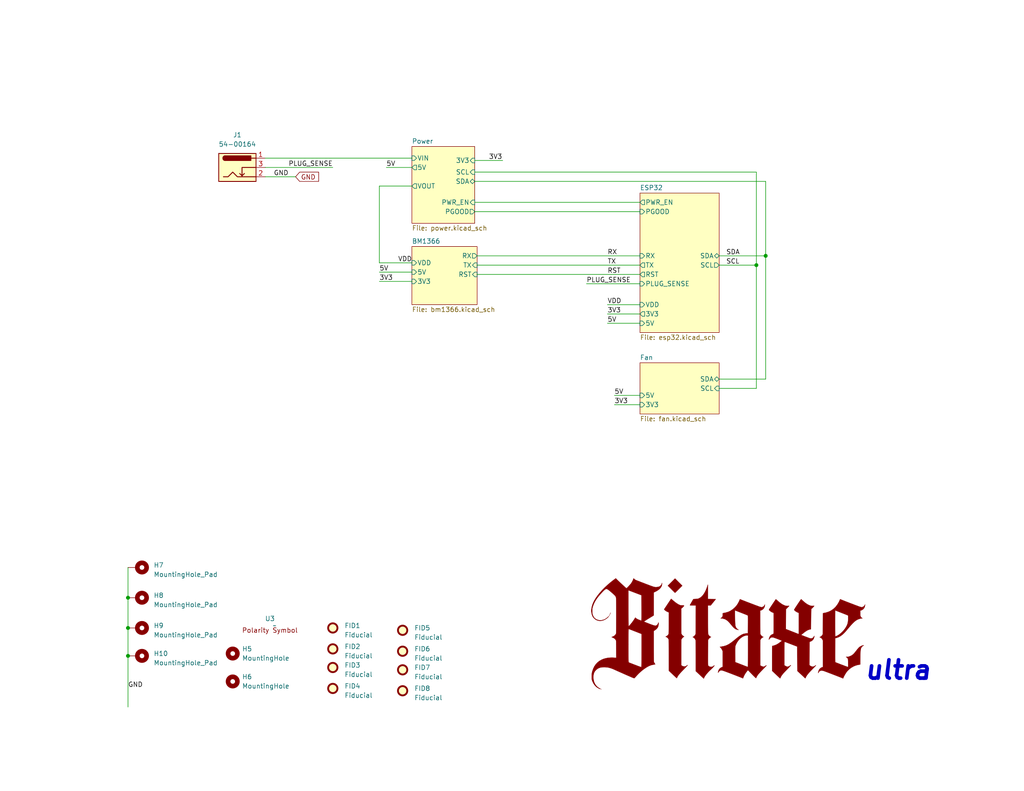
<source format=kicad_sch>
(kicad_sch (version 20231120) (generator "eeschema") (generator_version "8.0")
  (paper "A")
  (title_block (title "BM1366 bitaxe") (date "2023-10-25") (rev "203"))
  (lib_symbols
    (symbol "Connector:Barrel_Jack_Switch" (pin_names hide)
      (property "Reference" "J" (at 0 5.334 0))
      (property "Value" "Barrel_Jack_Switch" (at 0 -5.08 0))
      (symbol "Barrel_Jack_Switch_1_1"
        (pin passive line (at 7.62 2.54 180) (length 2.54) (name "~") (number "1"))
        (pin passive line (at 7.62 -2.54 180) (length 2.54) (name "~") (number "2"))
        (pin passive line (at 7.62 0 180) (length 2.54) (name "~") (number "3"))
      )
    )
    (symbol "Mechanical:Fiducial"
      (property "Reference" "FID" (at 0 5.08 0))
      (property "Value" "Fiducial" (at 0 3.175 0))
    )
    (symbol "Mechanical:MountingHole" (pin_names (offset 1.016))
      (property "Reference" "H" (at 0 5.08 0))
      (property "Value" "MountingHole" (at 0 3.175 0))
    )
    (symbol "Mechanical:MountingHole_Pad" (pin_numbers hide) (pin_names (offset 1.016) hide)
      (property "Reference" "H" (at 0 6.35 0))
      (property "Value" "MountingHole_Pad" (at 0 4.445 0))
      (symbol "MountingHole_Pad_1_1"
        (pin input line (at 0 -2.54 90) (length 2.54) (name "1") (number "1"))
      )
    )
    (symbol "bitaxe:LOGO" (pin_names (offset 1.016)))
    (symbol "bitaxe:polarity" (in_bom no)
      (property "Reference" "U" (at 0 0 0))
      (symbol "polarity_1_1"
        (text "Polarity Symbol" (at -1.27 -1.27 0) (effects (font (size 1.27 1.27))))
      )
    )
  )
  (junction (at 208.915 69.85))
  (junction (at 34.925 179.07))
  (junction (at 34.925 171.45))
  (junction (at 206.375 72.39))
  (junction (at 34.925 163.195))
  (wire (pts (xy 129.54 46.99) (xy 206.375 46.99)))
  (wire (pts (xy 196.215 72.39) (xy 206.375 72.39)))
  (wire (pts (xy 105.41 45.72) (xy 112.395 45.72)))
  (wire (pts (xy 130.175 72.39) (xy 174.625 72.39)))
  (wire (pts (xy 165.735 88.265) (xy 174.625 88.265)))
  (wire (pts (xy 72.39 43.18) (xy 112.395 43.18)))
  (wire (pts (xy 72.39 48.26) (xy 80.645 48.26)))
  (wire (pts (xy 167.64 110.49) (xy 174.625 110.49)))
  (wire (pts (xy 160.02 77.47) (xy 174.625 77.47)))
  (wire (pts (xy 208.915 49.53) (xy 208.915 69.85)))
  (wire (pts (xy 129.54 49.53) (xy 208.915 49.53)))
  (wire (pts (xy 72.39 45.72) (xy 90.805 45.72)))
  (wire (pts (xy 165.735 83.185) (xy 174.625 83.185)))
  (wire (pts (xy 206.375 72.39) (xy 206.375 106.045)))
  (wire (pts (xy 206.375 46.99) (xy 206.375 72.39)))
  (wire (pts (xy 129.54 55.245) (xy 174.625 55.245)))
  (wire (pts (xy 196.215 69.85) (xy 208.915 69.85)))
  (wire (pts (xy 34.925 163.195) (xy 34.925 171.45)))
  (wire (pts (xy 103.505 76.835) (xy 112.395 76.835)))
  (wire (pts (xy 130.175 69.85) (xy 174.625 69.85)))
  (wire (pts (xy 196.215 103.505) (xy 208.915 103.505)))
  (wire (pts (xy 103.505 71.755) (xy 103.505 50.8)))
  (wire (pts (xy 196.215 106.045) (xy 206.375 106.045)))
  (wire (pts (xy 103.505 74.295) (xy 112.395 74.295)))
  (wire (pts (xy 208.915 103.505) (xy 208.915 69.85)))
  (wire (pts (xy 129.54 57.785) (xy 174.625 57.785)))
  (wire (pts (xy 167.64 107.95) (xy 174.625 107.95)))
  (wire (pts (xy 34.925 179.07) (xy 34.925 193.04)))
  (wire (pts (xy 34.925 154.94) (xy 34.925 163.195)))
  (wire (pts (xy 165.735 85.725) (xy 174.625 85.725)))
  (wire (pts (xy 112.395 71.755) (xy 103.505 71.755)))
  (wire (pts (xy 103.505 50.8) (xy 112.395 50.8)))
  (wire (pts (xy 130.175 74.93) (xy 174.625 74.93)))
  (wire (pts (xy 34.925 171.45) (xy 34.925 179.07)))
  (wire (pts (xy 129.54 43.815) (xy 137.16 43.815)))
  (text "ultra" (at 235.585 186.055 0) (effects (font (size 5 5) (thickness 1) (bold yes) (italic yes)) (justify left bottom)))
  (label "PLUG_SENSE" (at 90.805 45.72 180))
  (label "VDD" (at 165.735 83.185 0))
  (label "3V3" (at 103.505 76.835 0))
  (label "RST" (at 165.735 74.93 0))
  (label "VDD" (at 108.585 71.755 0))
  (label "5V" (at 105.41 45.72 0))
  (label "5V" (at 167.64 107.95 0))
  (label "SDA" (at 198.12 69.85 0))
  (label "GND" (at 34.925 187.96 0))
  (label "RX" (at 165.735 69.85 0))
  (label "3V3" (at 133.35 43.815 0))
  (label "3V3" (at 165.735 85.725 0))
  (label "SCL" (at 198.12 72.39 0))
  (label "5V" (at 165.735 88.265 0))
  (label "3V3" (at 167.64 110.49 0))
  (label "5V" (at 103.505 74.295 0))
  (label "GND" (at 78.74 48.26 180))
  (label "PLUG_SENSE" (at 160.02 77.47 0))
  (label "TX" (at 165.735 72.39 0))
  (global_label "GND" (shape input) (at 80.645 48.26 0) (property "Intersheetrefs" "${INTERSHEET_REFS}" (effects (hide yes))))
  (symbol (lib_id "Mechanical:Fiducial") (at 90.805 177.165 0) (unit 1) (in_bom no)
    (property "Reference" "FID2" (at 93.98 176.53 0) (effects (justify left)))
    (property "Value" "Fiducial" (at 93.98 179.07 0) (effects (justify left)))
    (property "Footprint" "Fiducial:Fiducial_1mm_Mask2mm" (effects (hide yes)))
  )
  (symbol (lib_id "Mechanical:Fiducial") (at 90.805 182.245 0) (unit 1) (in_bom no)
    (property "Reference" "FID3" (at 93.98 181.61 0) (effects (justify left)))
    (property "Value" "Fiducial" (at 93.98 184.15 0) (effects (justify left)))
    (property "Footprint" "Fiducial:Fiducial_1mm_Mask2mm" (effects (hide yes)))
  )
  (symbol (lib_id "Mechanical:Fiducial") (at 90.805 187.96 0) (unit 1) (in_bom no)
    (property "Reference" "FID4" (at 93.98 187.325 0) (effects (justify left)))
    (property "Value" "Fiducial" (at 93.98 189.865 0) (effects (justify left)))
    (property "Footprint" "Fiducial:Fiducial_1mm_Mask2mm" (effects (hide yes)))
  )
  (symbol (lib_id "Mechanical:Fiducial") (at 109.855 177.8 0) (unit 1) (in_bom no)
    (property "Reference" "FID6" (at 113.03 177.165 0) (effects (justify left)))
    (property "Value" "Fiducial" (at 113.03 179.705 0) (effects (justify left)))
    (property "Footprint" "Fiducial:Fiducial_1mm_Mask2mm" (effects (hide yes)))
  )
  (symbol (lib_id "Connector:Barrel_Jack_Switch") (at 64.77 45.72 0) (unit 1)
    (property "Reference" "J1" (at 64.77 36.83 0))
    (property "Value" "54-00164" (at 64.77 39.37 0))
    (property "Footprint" "bitaxe:BarrelJack_Wuerth_694106106102_2.0x5.5mm" (effects (hide yes)))
    (property "Datasheet" "https://tensility.s3.amazonaws.com/uploads/pdffiles/54-00164.pdf?X-Amz-Expires=600&X-Amz-Date=20231120T033415Z&X-Amz-Algorithm=AWS4-HMAC-SHA256&X-Amz-Credential=AKIAIS2S4WRDQDSWDRZQ%2F20231120%2Fus-west-2%2Fs3%2Faws4_request&X-Amz-SignedHeaders=host&X-Amz-Signature=0ec7ce6b9e4957ccc83a05eb1138fede41cc8592648d2aac3c65914c1c151ca7" (effects (hide yes)))
    (property "DK" "839-54-00164CT-ND" (effects (hide yes)))
    (property "PARTNO" "54-00164" (effects (hide yes)))
  )
  (symbol (lib_id "Mechanical:MountingHole_Pad") (at 37.465 154.94 270) (unit 1) (in_bom no)
    (property "Reference" "H7" (at 41.91 154.305 90) (effects (justify left)))
    (property "Value" "MountingHole_Pad" (at 41.91 156.845 90) (effects (justify left)))
    (property "Footprint" "MountingHole:MountingHole_3mm_Pad_Via" (effects (hide yes)))
  )
  (symbol (lib_id "Mechanical:Fiducial") (at 90.805 171.45 0) (unit 1) (in_bom no)
    (property "Reference" "FID1" (at 93.98 170.815 0) (effects (justify left)))
    (property "Value" "Fiducial" (at 93.98 173.355 0) (effects (justify left)))
    (property "Footprint" "Fiducial:Fiducial_1mm_Mask2mm" (effects (hide yes)))
  )
  (symbol (lib_id "Mechanical:Fiducial") (at 109.855 188.595 0) (unit 1) (in_bom no)
    (property "Reference" "FID8" (at 113.03 187.96 0) (effects (justify left)))
    (property "Value" "Fiducial" (at 113.03 190.5 0) (effects (justify left)))
    (property "Footprint" "Fiducial:Fiducial_1mm_Mask2mm" (effects (hide yes)))
  )
  (symbol (lib_id "Mechanical:Fiducial") (at 109.855 172.085 0) (unit 1) (in_bom no)
    (property "Reference" "FID5" (at 113.03 171.45 0) (effects (justify left)))
    (property "Value" "Fiducial" (at 113.03 173.99 0) (effects (justify left)))
    (property "Footprint" "Fiducial:Fiducial_1mm_Mask2mm" (effects (hide yes)))
  )
  (symbol (lib_id "Mechanical:MountingHole") (at 63.5 186.055 0) (unit 1) (in_bom no)
    (property "Reference" "H6" (at 66.04 184.7849 0) (effects (justify left)))
    (property "Value" "MountingHole" (at 66.04 187.3249 0) (effects (justify left)))
    (property "Footprint" "MountingHole:MountingHole_3.5mm" (effects (hide yes)))
  )
  (symbol (lib_id "Mechanical:Fiducial") (at 109.855 182.88 0) (unit 1) (in_bom no)
    (property "Reference" "FID7" (at 113.03 182.245 0) (effects (justify left)))
    (property "Value" "Fiducial" (at 113.03 184.785 0) (effects (justify left)))
    (property "Footprint" "Fiducial:Fiducial_1mm_Mask2mm" (effects (hide yes)))
  )
  (symbol (lib_id "Mechanical:MountingHole") (at 63.5 178.435 0) (unit 1) (in_bom no)
    (property "Reference" "H5" (at 66.04 177.1649 0) (effects (justify left)))
    (property "Value" "MountingHole" (at 66.04 179.7049 0) (effects (justify left)))
    (property "Footprint" "MountingHole:MountingHole_3.5mm" (effects (hide yes)))
  )
  (symbol (lib_id "Mechanical:MountingHole_Pad") (at 37.465 171.45 270) (unit 1) (in_bom no)
    (property "Reference" "H9" (at 41.91 170.815 90) (effects (justify left)))
    (property "Value" "MountingHole_Pad" (at 41.91 173.355 90) (effects (justify left)))
    (property "Footprint" "MountingHole:MountingHole_3mm_Pad_Via" (effects (hide yes)))
  )
  (symbol (lib_id "Mechanical:MountingHole_Pad") (at 37.465 163.195 270) (unit 1) (in_bom no)
    (property "Reference" "H8" (at 41.91 162.56 90) (effects (justify left)))
    (property "Value" "MountingHole_Pad" (at 41.91 165.1 90) (effects (justify left)))
    (property "Footprint" "MountingHole:MountingHole_3mm_Pad_Via" (effects (hide yes)))
  )
  (symbol (lib_id "Mechanical:MountingHole_Pad") (at 37.465 179.07 270) (unit 1) (in_bom no)
    (property "Reference" "H10" (at 41.91 178.435 90) (effects (justify left)))
    (property "Value" "MountingHole_Pad" (at 41.91 180.975 90) (effects (justify left)))
    (property "Footprint" "MountingHole:MountingHole_3mm_Pad_Via" (effects (hide yes)))
  )
  (symbol (lib_id "bitaxe:LOGO") (at 197.485 173.99 0) (unit 1)
    (property "Reference" "#G1" (effects (hide yes)))
    (property "Value" "LOGO" (effects (hide yes)))
  )
  (symbol (lib_id "bitaxe:polarity") (at 74.93 170.815 0) (unit 1) (in_bom no)
    (property "Reference" "U3" (at 73.66 168.91 0))
    (property "Value" "~" (at 74.93 170.815 0))
    (property "Footprint" "bitaxe:polarity" (effects (hide yes)))
  )
  (sheet (at 112.395 67.31) (size 17.78 15.875) (stroke (width 0.1524)) (fill (color 255 255 194 1.0000))
    (property "Sheetname" "BM1366" (at 112.395 66.5984 0) (effects (justify left bottom)))
    (property "Sheetfile" "bm1366.kicad_sch" (at 112.395 83.7696 0) (effects (justify left top)))
    (pin "TX" input (at 130.175 72.39 0))
    (pin "RX" output (at 130.175 69.85 0))
    (pin "RST" input (at 130.175 74.93 0))
    (pin "3V3" input (at 112.395 76.835 180))
    (pin "5V" input (at 112.395 74.295 180))
    (pin "VDD" input (at 112.395 71.755 180))
  )
  (sheet (at 174.625 99.06) (size 21.59 13.97) (stroke (width 0.1524)) (fill (color 255 255 194 1.0000))
    (property "Sheetname" "Fan" (at 174.625 98.3484 0) (effects (justify left bottom)))
    (property "Sheetfile" "fan.kicad_sch" (at 174.625 113.6146 0) (effects (justify left top)))
    (pin "SDA" bidirectional (at 196.215 103.505 0))
    (pin "SCL" input (at 196.215 106.045 0))
    (pin "5V" input (at 174.625 107.95 180))
    (pin "3V3" input (at 174.625 110.49 180))
  )
  (sheet (at 112.395 40.005) (size 17.145 20.955) (stroke (width 0.1524)) (fill (color 255 255 194 1.0000))
    (property "Sheetname" "Power" (at 112.395 39.2934 0) (effects (justify left bottom)))
    (property "Sheetfile" "power.kicad_sch" (at 112.395 61.5446 0) (effects (justify left top)))
    (pin "VOUT" output (at 112.395 50.8 180))
    (pin "VIN" input (at 112.395 43.18 180))
    (pin "SCL" input (at 129.54 46.99 0))
    (pin "SDA" bidirectional (at 129.54 49.53 0))
    (pin "5V" output (at 112.395 45.72 180))
    (pin "3V3" input (at 129.54 43.815 0))
    (pin "PGOOD" output (at 129.54 57.785 0))
    (pin "PWR_EN" input (at 129.54 55.245 0))
  )
  (sheet (at 174.625 52.705) (size 21.59 38.1) (stroke (width 0.1524)) (fill (color 255 255 194 1.0000))
    (property "Sheetname" "ESP32" (at 174.625 51.9934 0) (effects (justify left bottom)))
    (property "Sheetfile" "esp32.kicad_sch" (at 174.625 91.3896 0) (effects (justify left top)))
    (pin "SDA" bidirectional (at 196.215 69.85 0))
    (pin "SCL" output (at 196.215 72.39 0))
    (pin "RX" input (at 174.625 69.85 180))
    (pin "TX" output (at 174.625 72.39 180))
    (pin "RST" output (at 174.625 74.93 180))
    (pin "5V" input (at 174.625 88.265 180))
    (pin "3V3" output (at 174.625 85.725 180))
    (pin "PGOOD" input (at 174.625 57.785 180))
    (pin "VDD" input (at 174.625 83.185 180))
    (pin "PWR_EN" output (at 174.625 55.245 180))
    (pin "PLUG_SENSE" input (at 174.625 77.47 180))
  )
)
</source>
